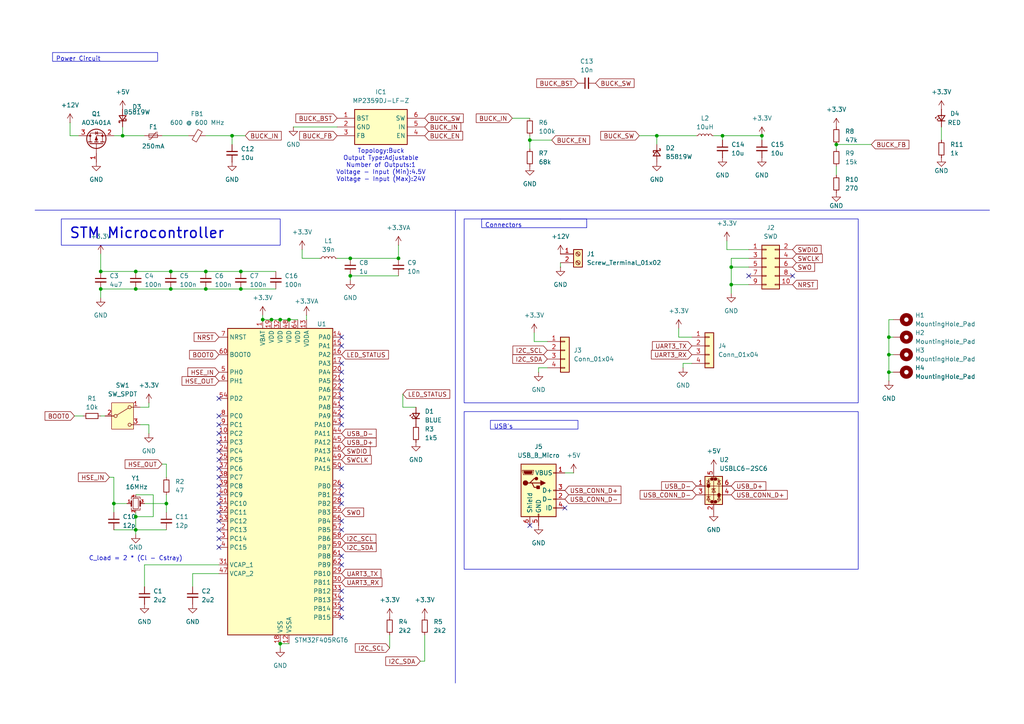
<source format=kicad_sch>
(kicad_sch (version 20231120) (generator "eeschema") (generator_version "8.0")
  (paper "A4")
  (title_block (title "STM test board") (date "2024-03-25") (rev "V1.0") (company "QUANTTRONIX"))
  (junction (at 49.53 83.82))
  (junction (at 48.26 146.05))
  (junction (at 190.5 39.37))
  (junction (at 81.28 186.69))
  (junction (at 220.98 39.37))
  (junction (at 59.69 78.74))
  (junction (at 67.31 39.37))
  (junction (at 212.09 77.47))
  (junction (at 153.67 40.64))
  (junction (at 83.82 92.71))
  (junction (at 69.85 78.74))
  (junction (at 257.81 107.95))
  (junction (at 59.69 83.82))
  (junction (at 39.37 149.86))
  (junction (at 115.57 74.93))
  (junction (at 212.09 82.55))
  (junction (at 29.21 78.74))
  (junction (at 101.6 74.93))
  (junction (at 101.6 80.01))
  (junction (at 78.74 92.71))
  (junction (at 257.81 102.87))
  (junction (at 39.37 78.74))
  (junction (at 242.57 41.91))
  (junction (at 76.2 92.71))
  (junction (at 33.02 146.05))
  (junction (at 29.21 83.82))
  (junction (at 257.81 97.79))
  (junction (at 39.37 153.67))
  (junction (at 69.85 83.82))
  (junction (at 49.53 78.74))
  (junction (at 39.37 83.82))
  (junction (at 35.56 39.37))
  (junction (at 81.28 92.71))
  (junction (at 209.55 39.37))
  (no_connect (at 99.06 107.95))
  (no_connect (at 63.5 115.57))
  (no_connect (at 99.06 173.99))
  (no_connect (at 229.87 80.01))
  (no_connect (at 63.5 140.97))
  (no_connect (at 99.06 110.49))
  (no_connect (at 63.5 125.73))
  (no_connect (at 99.06 105.41))
  (no_connect (at 99.06 176.53))
  (no_connect (at 63.5 143.51))
  (no_connect (at 99.06 113.03))
  (no_connect (at 99.06 120.65))
  (no_connect (at 63.5 153.67))
  (no_connect (at 163.83 147.32))
  (no_connect (at 99.06 135.89))
  (no_connect (at 63.5 151.13))
  (no_connect (at 63.5 128.27))
  (no_connect (at 99.06 123.19))
  (no_connect (at 217.17 80.01))
  (no_connect (at 99.06 179.07))
  (no_connect (at 63.5 123.19))
  (no_connect (at 99.06 143.51))
  (no_connect (at 99.06 100.33))
  (no_connect (at 153.67 152.4))
  (no_connect (at 63.5 148.59))
  (no_connect (at 99.06 140.97))
  (no_connect (at 99.06 171.45))
  (no_connect (at 99.06 163.83))
  (no_connect (at 63.5 156.21))
  (no_connect (at 99.06 115.57))
  (no_connect (at 63.5 138.43))
  (no_connect (at 99.06 118.11))
  (no_connect (at 63.5 158.75))
  (no_connect (at 63.5 146.05))
  (no_connect (at 99.06 97.79))
  (no_connect (at 63.5 130.81))
  (no_connect (at 99.06 146.05))
  (no_connect (at 99.06 151.13))
  (no_connect (at 63.5 133.35))
  (no_connect (at 63.5 135.89))
  (no_connect (at 63.5 120.65))
  (no_connect (at 99.06 161.29))
  (no_connect (at 99.06 153.67))
  (wire (pts (xy 156.21 106.68) (xy 156.21 107.95)))
  (wire (pts (xy 69.85 78.74) (xy 80.01 78.74)))
  (wire (pts (xy 242.57 41.91) (xy 252.73 41.91)))
  (wire (pts (xy 120.65 118.11) (xy 116.84 118.11)))
  (wire (pts (xy 81.28 92.71) (xy 83.82 92.71)))
  (wire (pts (xy 20.32 39.37) (xy 22.86 39.37)))
  (wire (pts (xy 212.09 82.55) (xy 217.17 82.55)))
  (wire (pts (xy 44.45 149.86) (xy 39.37 149.86)))
  (wire (pts (xy 257.81 97.79) (xy 257.81 92.71)))
  (wire (pts (xy 101.6 74.93) (xy 115.57 74.93)))
  (wire (pts (xy 101.6 80.01) (xy 101.6 81.28)))
  (wire (pts (xy 113.03 184.15) (xy 113.03 187.96)))
  (wire (pts (xy 257.81 110.49) (xy 257.81 107.95)))
  (wire (pts (xy 35.56 36.83) (xy 35.56 39.37)))
  (wire (pts (xy 257.81 102.87) (xy 257.81 97.79)))
  (wire (pts (xy 257.81 92.71) (xy 259.08 92.71)))
  (wire (pts (xy 217.17 74.93) (xy 212.09 74.93)))
  (wire (pts (xy 41.91 146.05) (xy 48.26 146.05)))
  (wire (pts (xy 35.56 39.37) (xy 41.91 39.37)))
  (wire (pts (xy 87.63 72.39) (xy 87.63 74.93)))
  (wire (pts (xy 29.21 120.65) (xy 30.48 120.65)))
  (wire (pts (xy 39.37 83.82) (xy 49.53 83.82)))
  (wire (pts (xy 185.42 39.37) (xy 190.5 39.37)))
  (wire (pts (xy 33.02 39.37) (xy 35.56 39.37)))
  (wire (pts (xy 212.09 77.47) (xy 212.09 82.55)))
  (wire (pts (xy 46.99 134.62) (xy 48.26 134.62)))
  (wire (pts (xy 46.99 39.37) (xy 54.61 39.37)))
  (wire (pts (xy 40.64 123.19) (xy 43.18 123.19)))
  (wire (pts (xy 154.94 99.06) (xy 158.75 99.06)))
  (wire (pts (xy 39.37 78.74) (xy 49.53 78.74)))
  (wire (pts (xy 257.81 97.79) (xy 259.08 97.79)))
  (polyline (pts (xy 132.08 198.12) (xy 132.08 60.96)))
  (wire (pts (xy 190.5 39.37) (xy 190.5 41.91)))
  (wire (pts (xy 48.26 146.05) (xy 48.26 148.59)))
  (wire (pts (xy 33.02 146.05) (xy 33.02 148.59)))
  (wire (pts (xy 88.9 91.44) (xy 88.9 92.71)))
  (wire (pts (xy 76.2 92.71) (xy 78.74 92.71)))
  (wire (pts (xy 63.5 166.37) (xy 55.88 166.37)))
  (polyline (pts (xy 10.16 60.96) (xy 132.08 60.96)))
  (wire (pts (xy 242.57 41.91) (xy 242.57 43.18)))
  (wire (pts (xy 85.09 36.83) (xy 97.79 36.83)))
  (wire (pts (xy 44.45 143.51) (xy 44.45 149.86)))
  (wire (pts (xy 39.37 153.67) (xy 39.37 154.94)))
  (wire (pts (xy 39.37 148.59) (xy 39.37 149.86)))
  (wire (pts (xy 39.37 153.67) (xy 48.26 153.67)))
  (wire (pts (xy 29.21 73.66) (xy 29.21 78.74)))
  (wire (pts (xy 257.81 107.95) (xy 257.81 102.87)))
  (wire (pts (xy 59.69 78.74) (xy 69.85 78.74)))
  (wire (pts (xy 166.37 137.16) (xy 163.83 137.16)))
  (wire (pts (xy 115.57 71.12) (xy 115.57 74.93)))
  (wire (pts (xy 43.18 116.84) (xy 43.18 118.11)))
  (wire (pts (xy 198.12 105.41) (xy 198.12 106.68)))
  (wire (pts (xy 210.82 72.39) (xy 217.17 72.39)))
  (wire (pts (xy 212.09 82.55) (xy 212.09 85.09)))
  (wire (pts (xy 190.5 39.37) (xy 201.93 39.37)))
  (wire (pts (xy 67.31 39.37) (xy 71.12 39.37)))
  (wire (pts (xy 115.57 80.01) (xy 101.6 80.01)))
  (wire (pts (xy 83.82 92.71) (xy 86.36 92.71)))
  (wire (pts (xy 207.01 39.37) (xy 209.55 39.37)))
  (wire (pts (xy 49.53 83.82) (xy 59.69 83.82)))
  (wire (pts (xy 76.2 91.44) (xy 76.2 92.71)))
  (wire (pts (xy 43.18 118.11) (xy 40.64 118.11)))
  (wire (pts (xy 220.98 40.64) (xy 220.98 39.37)))
  (wire (pts (xy 212.09 77.47) (xy 217.17 77.47)))
  (wire (pts (xy 210.82 69.85) (xy 210.82 72.39)))
  (wire (pts (xy 200.66 105.41) (xy 198.12 105.41)))
  (wire (pts (xy 196.85 97.79) (xy 200.66 97.79)))
  (wire (pts (xy 48.26 143.51) (xy 48.26 146.05)))
  (wire (pts (xy 81.28 186.69) (xy 83.82 186.69)))
  (wire (pts (xy 20.32 35.56) (xy 20.32 39.37)))
  (wire (pts (xy 81.28 187.96) (xy 81.28 186.69)))
  (wire (pts (xy 39.37 143.51) (xy 44.45 143.51)))
  (wire (pts (xy 116.84 118.11) (xy 116.84 114.3)))
  (wire (pts (xy 69.85 83.82) (xy 80.01 83.82)))
  (wire (pts (xy 29.21 78.74) (xy 39.37 78.74)))
  (wire (pts (xy 67.31 41.91) (xy 67.31 39.37)))
  (wire (pts (xy 158.75 106.68) (xy 156.21 106.68)))
  (wire (pts (xy 153.67 40.64) (xy 160.02 40.64)))
  (wire (pts (xy 123.19 184.15) (xy 123.19 191.77)))
  (wire (pts (xy 36.83 146.05) (xy 33.02 146.05)))
  (wire (pts (xy 31.75 138.43) (xy 33.02 138.43)))
  (polyline (pts (xy 132.08 60.96) (xy 287.02 60.96)))
  (wire (pts (xy 29.21 83.82) (xy 39.37 83.82)))
  (wire (pts (xy 59.69 83.82) (xy 69.85 83.82)))
  (wire (pts (xy 39.37 149.86) (xy 39.37 153.67)))
  (wire (pts (xy 59.69 39.37) (xy 67.31 39.37)))
  (wire (pts (xy 123.19 191.77) (xy 121.92 191.77)))
  (wire (pts (xy 209.55 39.37) (xy 209.55 40.64)))
  (wire (pts (xy 154.94 96.52) (xy 154.94 99.06)))
  (wire (pts (xy 220.98 39.37) (xy 209.55 39.37)))
  (wire (pts (xy 55.88 166.37) (xy 55.88 170.18)))
  (wire (pts (xy 43.18 123.19) (xy 43.18 125.73)))
  (wire (pts (xy 212.09 74.93) (xy 212.09 77.47)))
  (wire (pts (xy 78.74 92.71) (xy 81.28 92.71)))
  (wire (pts (xy 48.26 134.62) (xy 48.26 138.43)))
  (wire (pts (xy 87.63 74.93) (xy 92.71 74.93)))
  (wire (pts (xy 148.59 34.29) (xy 153.67 34.29)))
  (wire (pts (xy 33.02 153.67) (xy 39.37 153.67)))
  (wire (pts (xy 273.05 40.64) (xy 273.05 36.83)))
  (wire (pts (xy 162.56 76.2) (xy 162.56 77.47)))
  (wire (pts (xy 153.67 40.64) (xy 153.67 43.18)))
  (wire (pts (xy 49.53 78.74) (xy 59.69 78.74)))
  (wire (pts (xy 242.57 48.26) (xy 242.57 50.8)))
  (wire (pts (xy 153.67 39.37) (xy 153.67 40.64)))
  (wire (pts (xy 196.85 95.25) (xy 196.85 97.79)))
  (wire (pts (xy 33.02 138.43) (xy 33.02 146.05)))
  (wire (pts (xy 97.79 74.93) (xy 101.6 74.93)))
  (wire (pts (xy 41.91 163.83) (xy 41.91 170.18)))
  (wire (pts (xy 63.5 163.83) (xy 41.91 163.83)))
  (wire (pts (xy 29.21 83.82) (xy 29.21 86.36)))
  (wire (pts (xy 21.59 120.65) (xy 24.13 120.65)))
  (wire (pts (xy 257.81 107.95) (xy 259.08 107.95)))
  (wire (pts (xy 257.81 102.87) (xy 259.08 102.87)))
  (rectangle (start 162.56 63.5) (end 162.56 63.5))
  (rectangle (start 134.62 63.5) (end 248.92 116.84))
  (rectangle (start 134.62 119.38) (end 248.92 165.1))
  (text_box "Connectors\n" (at 139.7 63.5 0) (size 30.48 2.54) (effects (font (size 1.27 1.27)) (justify left top)))
  (text_box "USB's\n\n" (at 142.24 121.92 0) (size 25.4 2.54) (effects (font (size 1.27 1.27)) (justify left top)))
  (text_box "STM Microcontroller" (at 17.78 63.5 0) (size 63.5 7.62) (effects (font (size 3 3) (thickness 0.4) (bold yes)) (justify left top)))
  (text_box "Power Circuit" (at 15.24 15.24 0) (size 30.48 2.54) (effects (font (size 1.27 1.27)) (justify left top)))
  (text "C_load = 2 * (Cl - Cstray)" (at 39.37 162.052 0) (effects (font (size 1.27 1.27))))
  (text "Topology:Buck\nOutput Type:Adjustable\nNumber of Outputs:1\nVoltage - Input (Min):4.5V\nVoltage - Input (Max):24V" (at 110.49 48.006 0) (effects (font (size 1.27 1.27))))
  (global_label "SWDIO" (shape input) (at 99.06 130.81 0) (property "Intersheetrefs" "${INTERSHEET_REFS}" (effects (hide yes))))
  (global_label "USB_D-" (shape input) (at 201.93 140.97 180) (property "Intersheetrefs" "${INTERSHEET_REFS}" (effects (hide yes))))
  (global_label "UART3_RX" (shape input) (at 99.06 168.91 0) (property "Intersheetrefs" "${INTERSHEET_REFS}" (effects (hide yes))))
  (global_label "BUCK_EN" (shape input) (at 123.19 39.37 0) (property "Intersheetrefs" "${INTERSHEET_REFS}" (effects (hide yes))))
  (global_label "USB_D+" (shape input) (at 212.09 140.97 0) (property "Intersheetrefs" "${INTERSHEET_REFS}" (effects (hide yes))))
  (global_label "UART3_TX" (shape input) (at 200.66 100.33 180) (property "Intersheetrefs" "${INTERSHEET_REFS}" (effects (hide yes))))
  (global_label "USB_D-" (shape input) (at 99.06 125.73 0) (property "Intersheetrefs" "${INTERSHEET_REFS}" (effects (hide yes))))
  (global_label "I2C_SDA" (shape input) (at 158.75 104.14 180) (property "Intersheetrefs" "${INTERSHEET_REFS}" (effects (hide yes))))
  (global_label "I2C_SCL" (shape input) (at 158.75 101.6 180) (property "Intersheetrefs" "${INTERSHEET_REFS}" (effects (hide yes))))
  (global_label "BUCK_SW" (shape input) (at 123.19 34.29 0) (property "Intersheetrefs" "${INTERSHEET_REFS}" (effects (hide yes))))
  (global_label "SWCLK" (shape input) (at 99.06 133.35 0) (property "Intersheetrefs" "${INTERSHEET_REFS}" (effects (hide yes))))
  (global_label "I2C_SDA" (shape input) (at 99.06 158.75 0) (property "Intersheetrefs" "${INTERSHEET_REFS}" (effects (hide yes))))
  (global_label "HSE_OUT" (shape input) (at 46.99 134.62 180) (property "Intersheetrefs" "${INTERSHEET_REFS}" (effects (hide yes))))
  (global_label "LED_STATUS" (shape input) (at 116.84 114.3 0) (property "Intersheetrefs" "${INTERSHEET_REFS}" (effects (hide yes))))
  (global_label "USB_CONN_D+" (shape input) (at 163.83 142.24 0) (property "Intersheetrefs" "${INTERSHEET_REFS}" (effects (hide yes))))
  (global_label "BOOT0" (shape input) (at 63.5 102.87 180) (property "Intersheetrefs" "${INTERSHEET_REFS}" (effects (hide yes))))
  (global_label "SWDIO" (shape input) (at 229.87 72.39 0) (property "Intersheetrefs" "${INTERSHEET_REFS}" (effects (hide yes))))
  (global_label "NRST" (shape input) (at 63.5 97.79 180) (property "Intersheetrefs" "${INTERSHEET_REFS}" (effects (hide yes))))
  (global_label "UART3_RX" (shape input) (at 200.66 102.87 180) (property "Intersheetrefs" "${INTERSHEET_REFS}" (effects (hide yes))))
  (global_label "HSE_IN" (shape input) (at 63.5 107.95 180) (property "Intersheetrefs" "${INTERSHEET_REFS}" (effects (hide yes))))
  (global_label "BUCK_IN" (shape input) (at 123.19 36.83 0) (property "Intersheetrefs" "${INTERSHEET_REFS}" (effects (hide yes))))
  (global_label "USB_D+" (shape input) (at 99.06 128.27 0) (property "Intersheetrefs" "${INTERSHEET_REFS}" (effects (hide yes))))
  (global_label "LED_STATUS" (shape input) (at 99.06 102.87 0) (property "Intersheetrefs" "${INTERSHEET_REFS}" (effects (hide yes))))
  (global_label "BUCK_BST" (shape input) (at 167.64 24.13 180) (property "Intersheetrefs" "${INTERSHEET_REFS}" (effects (hide yes))))
  (global_label "BUCK_SW" (shape input) (at 185.42 39.37 180) (property "Intersheetrefs" "${INTERSHEET_REFS}" (effects (hide yes))))
  (global_label "BUCK_EN" (shape input) (at 160.02 40.64 0) (property "Intersheetrefs" "${INTERSHEET_REFS}" (effects (hide yes))))
  (global_label "BUCK_SW" (shape input) (at 172.72 24.13 0) (property "Intersheetrefs" "${INTERSHEET_REFS}" (effects (hide yes))))
  (global_label "SWCLK" (shape input) (at 229.87 74.93 0) (property "Intersheetrefs" "${INTERSHEET_REFS}" (effects (hide yes))))
  (global_label "SWO" (shape input) (at 99.06 148.59 0) (property "Intersheetrefs" "${INTERSHEET_REFS}" (effects (hide yes))))
  (global_label "BUCK_FB" (shape input) (at 97.79 39.37 180) (property "Intersheetrefs" "${INTERSHEET_REFS}" (effects (hide yes))))
  (global_label "I2C_SDA" (shape input) (at 121.92 191.77 180) (property "Intersheetrefs" "${INTERSHEET_REFS}" (effects (hide yes))))
  (global_label "BUCK_IN" (shape input) (at 148.59 34.29 180) (property "Intersheetrefs" "${INTERSHEET_REFS}" (effects (hide yes))))
  (global_label "NRST" (shape input) (at 229.87 82.55 0) (property "Intersheetrefs" "${INTERSHEET_REFS}" (effects (hide yes))))
  (global_label "I2C_SCL" (shape input) (at 99.06 156.21 0) (property "Intersheetrefs" "${INTERSHEET_REFS}" (effects (hide yes))))
  (global_label "UART3_TX" (shape input) (at 99.06 166.37 0) (property "Intersheetrefs" "${INTERSHEET_REFS}" (effects (hide yes))))
  (global_label "USB_CONN_D+" (shape input) (at 212.09 143.51 0) (property "Intersheetrefs" "${INTERSHEET_REFS}" (effects (hide yes))))
  (global_label "BUCK_IN" (shape input) (at 71.12 39.37 0) (property "Intersheetrefs" "${INTERSHEET_REFS}" (effects (hide yes))))
  (global_label "USB_CONN_D-" (shape input) (at 201.93 143.51 180) (property "Intersheetrefs" "${INTERSHEET_REFS}" (effects (hide yes))))
  (global_label "BUCK_BST" (shape input) (at 97.79 34.29 180) (property "Intersheetrefs" "${INTERSHEET_REFS}" (effects (hide yes))))
  (global_label "BOOT0" (shape input) (at 21.59 120.65 180) (property "Intersheetrefs" "${INTERSHEET_REFS}" (effects (hide yes))))
  (global_label "SWO" (shape input) (at 229.87 77.47 0) (property "Intersheetrefs" "${INTERSHEET_REFS}" (effects (hide yes))))
  (global_label "I2C_SCL" (shape input) (at 113.03 187.96 180) (property "Intersheetrefs" "${INTERSHEET_REFS}" (effects (hide yes))))
  (global_label "HSE_OUT" (shape input) (at 63.5 110.49 180) (property "Intersheetrefs" "${INTERSHEET_REFS}" (effects (hide yes))))
  (global_label "BUCK_FB" (shape input) (at 252.73 41.91 0) (property "Intersheetrefs" "${INTERSHEET_REFS}" (effects (hide yes))))
  (global_label "USB_CONN_D-" (shape input) (at 163.83 144.78 0) (property "Intersheetrefs" "${INTERSHEET_REFS}" (effects (hide yes))))
  (global_label "HSE_IN" (shape input) (at 31.75 138.43 180) (property "Intersheetrefs" "${INTERSHEET_REFS}" (effects (hide yes))))
  (symbol (lib_id "Device:C_Small") (at 33.02 151.13 0) (unit 1)
    (property "Reference" "C10" (at 35.56 149.8662 0) (effects (justify left)))
    (property "Value" "12p" (at 35.56 152.4062 0) (effects (justify left)))
    (property "Footprint" "Capacitor_SMD:C_0402_1005Metric" (effects (hide yes)))
    (property "Description" "Unpolarized capacitor, small symbol" (effects (hide yes)))
    (property "DigiKey#" "490-11190-1-ND" (effects (hide yes)))
    (property "DigiKey MFR#" "GJM1555C1H120FB01D" (effects (hide yes)))
  )
  (symbol (lib_id "power:GND") (at 101.6 81.28 0) (unit 1)
    (property "Reference" "#PWR011" (effects (hide yes)))
    (property "Value" "GND" (at 101.6 86.36 0))
    (property "Description" "Power symbol creates a global label with name \"GND\" , ground" (effects (hide yes)))
  )
  (symbol (lib_id "power:+3.3V") (at 273.05 31.75 0) (unit 1)
    (property "Reference" "#PWR041" (effects (hide yes)))
    (property "Value" "+3.3V" (at 273.05 26.67 0))
    (property "Description" "Power symbol creates a global label with name \"+3.3V\"" (effects (hide yes)))
  )
  (symbol (lib_id "power:+12V") (at 162.56 73.66 0) (unit 1)
    (property "Reference" "#PWR016" (effects (hide yes)))
    (property "Value" "+12V" (at 162.56 68.58 0))
    (property "Description" "Power symbol creates a global label with name \"+12V\"" (effects (hide yes)))
  )
  (symbol (lib_id "Device:C_Small") (at 101.6 77.47 0) (unit 1)
    (property "Reference" "C8" (at 104.14 76.2062 0) (effects (justify left)))
    (property "Value" "1u" (at 104.14 78.7462 0) (effects (justify left)))
    (property "Footprint" "Capacitor_SMD:C_0402_1005Metric" (effects (hide yes)))
    (property "Description" "Unpolarized capacitor, small symbol" (effects (hide yes)))
    (property "DigiKey#" "490-13339-1-ND" (effects (hide yes)))
    (property "DigiKey MFR#" "GRM155R70J105KA12J" (effects (hide yes)))
  )
  (symbol (lib_id "Device:R_Small") (at 273.05 43.18 0) (unit 1)
    (property "Reference" "R11" (at 275.59 41.9099 0) (effects (justify left)))
    (property "Value" "1k" (at 275.59 44.4499 0) (effects (justify left)))
    (property "Footprint" "Resistor_SMD:R_0603_1608Metric" (effects (hide yes)))
    (property "Description" "Resistor, small symbol" (effects (hide yes)))
    (property "DigiKey#" "RMCF0603FT1K00CT-ND" (effects (hide yes)))
    (property "DigiKey MFR#" "RMCF0603FT1K00" (effects (hide yes)))
  )
  (symbol (lib_id "Device:Crystal_GND24_Small") (at 39.37 146.05 0) (unit 1)
    (property "Reference" "Y1" (at 39.37 138.684 0))
    (property "Value" "16MHz" (at 39.624 141.224 0))
    (property "Footprint" "Crystal:Crystal_SMD_3225-4Pin_3.2x2.5mm" (effects (hide yes)))
    (property "Description" "Four pin crystal, GND on pins 2 and 4, small symbol" (effects (hide yes)))
    (property "DigiKey#" "4983-12.88722CT-ND" (effects (hide yes)))
    (property "DigiKey MFR#" "12.88722" (effects (hide yes)))
  )
  (symbol (lib_id "power:+3.3V") (at 43.18 116.84 0) (unit 1)
    (property "Reference" "#PWR04" (effects (hide yes)))
    (property "Value" "+3.3V" (at 43.18 111.76 0))
    (property "Description" "Power symbol creates a global label with name \"+3.3V\"" (effects (hide yes)))
  )
  (symbol (lib_id "Device:C_Small") (at 41.91 172.72 0) (unit 1)
    (property "Reference" "C1" (at 44.45 171.4562 0) (effects (justify left)))
    (property "Value" "2u2" (at 44.45 173.9962 0) (effects (justify left)))
    (property "Footprint" "Capacitor_SMD:C_0603_1608Metric" (effects (hide yes)))
    (property "Description" "Unpolarized capacitor, small symbol" (effects (hide yes)))
    (property "DigiKey#" "1276-1134-1-ND" (effects (hide yes)))
    (property "DigiKey MFR#" "CL10B225KP8NNNC" (effects (hide yes)))
  )
  (symbol (lib_id "power:+3.3V") (at 113.03 179.07 0) (unit 1)
    (property "Reference" "#PWR019" (effects (hide yes)))
    (property "Value" "+3.3V" (at 113.03 173.99 0))
    (property "Description" "Power symbol creates a global label with name \"+3.3V\"" (effects (hide yes)))
  )
  (symbol (lib_id "MCU_ST_STM32F4:STM32F405RGTx") (at 81.28 140.97 0) (unit 1)
    (property "Reference" "U1" (at 91.948 93.98 0) (effects (justify left)))
    (property "Value" "STM32F405RGT6" (at 85.344 185.674 0) (effects (justify left)))
    (property "Footprint" "Package_QFP:LQFP-64_10x10mm_P0.5mm" (effects (hide yes)))
    (property "Datasheet" "https://www.st.com/resource/en/datasheet/stm32f405rg.pdf" (effects (hide yes)))
    (property "Description" "STMicroelectronics Arm Cortex-M4 MCU, 1024KB flash, 192KB RAM, 168 MHz, 1.8-3.6V, 51 GPIO, LQFP64" (effects (hide yes)))
    (property "DigiKey#" "497-11767-ND" (effects (hide yes)))
    (property "DigiKey MFR#" "STM32F405RGT6" (effects (hide yes)))
  )
  (symbol (lib_id "power:GND") (at 85.09 36.83 0) (unit 1)
    (property "Reference" "#PWR029" (effects (hide yes)))
    (property "Value" "GND" (at 85.09 41.91 0))
    (property "Description" "Power symbol creates a global label with name \"GND\" , ground" (effects (hide yes)))
  )
  (symbol (lib_id "Device:R_Small") (at 242.57 39.37 0) (unit 1)
    (property "Reference" "R8" (at 245.11 38.0999 0) (effects (justify left)))
    (property "Value" "47k" (at 245.11 40.6399 0) (effects (justify left)))
    (property "Footprint" "Resistor_SMD:R_0603_1608Metric" (effects (hide yes)))
    (property "Description" "Resistor, small symbol" (effects (hide yes)))
    (property "DigiKey#" "P47.0KHCT-ND" (effects (hide yes)))
    (property "DigiKey MFR#" "RES SMD 47K OHM 1% 1/10W 0603" (effects (hide yes)))
  )
  (symbol (lib_id "Device:R_Small") (at 153.67 36.83 0) (unit 1)
    (property "Reference" "R6" (at 156.21 35.5599 0) (effects (justify left)))
    (property "Value" "100k" (at 156.21 38.0999 0) (effects (justify left)))
    (property "Footprint" "Resistor_SMD:R_0603_1608Metric" (effects (hide yes)))
    (property "Description" "Resistor, small symbol" (effects (hide yes)))
    (property "DigiKey#" "311-100KHRCT-ND" (effects (hide yes)))
    (property "DigiKey MFR#" "RC0603FR-07100KL" (effects (hide yes)))
  )
  (symbol (lib_id "Device:R_Small") (at 48.26 140.97 0) (unit 1)
    (property "Reference" "R2" (at 50.8 139.6999 0) (effects (justify left)))
    (property "Value" "47" (at 50.8 142.2399 0) (effects (justify left)))
    (property "Footprint" "Resistor_SMD:R_0402_1005Metric" (effects (hide yes)))
    (property "Description" "Resistor, small symbol" (effects (hide yes)))
    (property "DigiKey#" "RMCF0402JT47R0CT-ND" (effects (hide yes)))
    (property "DigiKey MFR#" "RMCF0402JT47R0" (effects (hide yes)))
  )
  (symbol (lib_id "Device:L_Small") (at 95.25 74.93 90) (unit 1)
    (property "Reference" "L1" (at 95.25 69.85 90))
    (property "Value" "39n" (at 95.25 72.39 90))
    (property "Footprint" "Inductor_SMD:L_0402_1005Metric" (effects (hide yes)))
    (property "Description" "Inductor, small symbol" (effects (hide yes)))
    (property "DigiKey#" "2035-1057-1-ND" (effects (hide yes)))
    (property "DigiKey MFR#" "0402HM-390EGTS" (effects (hide yes)))
  )
  (symbol (lib_id "Mechanical:MountingHole_Pad") (at 261.62 97.79 270) (unit 1) (exclude_from_sim yes) (in_bom no)
    (property "Reference" "H2" (at 265.43 96.5199 90) (effects (justify left)))
    (property "Value" "MountingHole_Pad" (at 265.43 99.0599 90) (effects (justify left)))
    (property "Footprint" "MountingHole:MountingHole_4.3mm_M4_Pad_Via" (effects (hide yes)))
    (property "Description" "Mounting Hole with connection" (effects (hide yes)))
  )
  (symbol (lib_id "Mechanical:MountingHole_Pad") (at 261.62 92.71 270) (unit 1) (exclude_from_sim yes) (in_bom no)
    (property "Reference" "H1" (at 265.43 91.4399 90) (effects (justify left)))
    (property "Value" "MountingHole_Pad" (at 265.43 93.9799 90) (effects (justify left)))
    (property "Footprint" "MountingHole:MountingHole_4.3mm_M4_Pad_Via" (effects (hide yes)))
    (property "Description" "Mounting Hole with connection" (effects (hide yes)))
  )
  (symbol (lib_id "Transistor_FET:AO3401A") (at 27.94 41.91 90) (unit 1)
    (property "Reference" "Q1" (at 27.94 33.02 90))
    (property "Value" "AO3401A" (at 27.94 35.56 90))
    (property "Footprint" "Package_TO_SOT_SMD:SOT-23" (effects (hide yes)))
    (property "Datasheet" "http://www.aosmd.com/pdfs/datasheet/AO3401A.pdf" (effects (hide yes)))
    (property "Description" "-4.0A Id, -30V Vds, P-Channel MOSFET, SOT-23" (effects (hide yes)))
    (property "DigiKey#" "785-1001-1-ND" (effects (hide yes)))
    (property "DigiKey MFR#" "MOSFET P-CH 30V 4A SOT23-3L" (effects (hide yes)))
  )
  (symbol (lib_id "power:GND") (at 120.65 128.27 0) (unit 1)
    (property "Reference" "#PWR014" (effects (hide yes)))
    (property "Value" "GND" (at 120.65 133.35 0))
    (property "Description" "Power symbol creates a global label with name \"GND\" , ground" (effects (hide yes)))
  )
  (symbol (lib_id "Device:C_Small") (at 115.57 77.47 0) (unit 1)
    (property "Reference" "C9" (at 118.11 76.2062 0) (effects (justify left)))
    (property "Value" "10n" (at 118.11 78.7462 0) (effects (justify left)))
    (property "Footprint" "Capacitor_SMD:C_0402_1005Metric" (effects (hide yes)))
    (property "Description" "Unpolarized capacitor, small symbol" (effects (hide yes)))
    (property "DigiKey#" "490-1313-1-ND" (effects (hide yes)))
    (property "DigiKey MFR#" "GRM155R71C103KA01D" (effects (hide yes)))
  )
  (symbol (lib_id "Device:C_Small") (at 69.85 81.28 0) (unit 1)
    (property "Reference" "C7" (at 72.39 80.0162 0) (effects (justify left)))
    (property "Value" "100n" (at 72.39 82.5562 0) (effects (justify left)))
    (property "Footprint" "Capacitor_SMD:C_0402_1005Metric" (effects (hide yes)))
    (property "Description" "Unpolarized capacitor, small symbol" (effects (hide yes)))
    (property "DigiKey#" "2679-AGC0402X7R160-104KNP-CT-ND" (effects (hide yes)))
    (property "DigiKey MFR#" "AGC0402X7R160-104KNP-CT" (effects (hide yes)))
  )
  (symbol (lib_id "power:GND") (at 242.57 55.88 0) (unit 1)
    (property "Reference" "#PWR039" (effects (hide yes)))
    (property "Value" "GND" (at 242.57 59.69 0))
    (property "Description" "Power symbol creates a global label with name \"GND\" , ground" (effects (hide yes)))
  )
  (symbol (lib_id "power:GND") (at 67.31 46.99 0) (unit 1)
    (property "Reference" "#PWR032" (effects (hide yes)))
    (property "Value" "GND" (at 67.31 52.07 0))
    (property "Description" "Power symbol creates a global label with name \"GND\" , ground" (effects (hide yes)))
  )
  (symbol (lib_id "power:+3.3VA") (at 88.9 91.44 0) (unit 1)
    (property "Reference" "#PWR03" (effects (hide yes)))
    (property "Value" "+3.3VA" (at 88.9 87.376 0))
    (property "Description" "Power symbol creates a global label with name \"+3.3VA\"" (effects (hide yes)))
  )
  (symbol (lib_id "Device:C_Small") (at 67.31 44.45 0) (unit 1)
    (property "Reference" "C12" (at 69.85 43.1862 0) (effects (justify left)))
    (property "Value" "10u" (at 69.85 45.7262 0) (effects (justify left)))
    (property "Footprint" "Capacitor_SMD:C_1206_3216Metric" (effects (hide yes)))
    (property "Description" "Unpolarized capacitor, small symbol" (effects (hide yes)))
    (property "DigiKey#" "1276-3105-1-ND" (effects (hide yes)))
    (property "DigiKey MFR#" "CL31B106KOHNNWE" (effects (hide yes)))
  )
  (symbol (lib_id "power:GND") (at 162.56 77.47 0) (unit 1)
    (property "Reference" "#PWR015" (effects (hide yes)))
    (property "Value" "GND" (at 162.56 82.55 0))
    (property "Description" "Power symbol creates a global label with name \"GND\" , ground" (effects (hide yes)))
  )
  (symbol (lib_id "Switch:SW_SPDT") (at 35.56 120.65 0) (unit 1)
    (property "Reference" "SW1" (at 35.56 111.76 0))
    (property "Value" "SW_SPDT" (at 35.56 114.3 0))
    (property "Footprint" "Button_Switch_SMD:SW_SPDT_PCM12" (effects (hide yes)))
    (property "Description" "Switch, single pole double throw" (effects (hide yes)))
    (property "DigiKey#" "401-2016-1-ND" (effects (hide yes)))
    (property "DigiKey MFR#" "PCM12SMTR" (effects (hide yes)))
  )
  (symbol (lib_id "power:GND") (at 156.21 107.95 0) (unit 1)
    (property "Reference" "#PWR022" (effects (hide yes)))
    (property "Value" "GND" (at 156.21 113.03 0))
    (property "Description" "Power symbol creates a global label with name \"GND\" , ground" (effects (hide yes)))
  )
  (symbol (lib_id "power:+3.3V") (at 87.63 72.39 0) (unit 1)
    (property "Reference" "#PWR010" (effects (hide yes)))
    (property "Value" "+3.3V" (at 87.63 67.31 0))
    (property "Description" "Power symbol creates a global label with name \"+3.3V\"" (effects (hide yes)))
  )
  (symbol (lib_id "power:+3.3V") (at 210.82 69.85 0) (unit 1)
    (property "Reference" "#PWR017" (effects (hide yes)))
    (property "Value" "+3.3V" (at 210.82 64.77 0))
    (property "Description" "Power symbol creates a global label with name \"+3.3V\"" (effects (hide yes)))
  )
  (symbol (lib_id "Device:C_Small") (at 48.26 151.13 0) (unit 1)
    (property "Reference" "C11" (at 50.8 149.8662 0) (effects (justify left)))
    (property "Value" "12p" (at 50.8 152.4062 0) (effects (justify left)))
    (property "Footprint" "Capacitor_SMD:C_0402_1005Metric" (effects (hide yes)))
    (property "Description" "Unpolarized capacitor, small symbol" (effects (hide yes)))
    (property "DigiKey#" "490-11190-1-ND" (effects (hide yes)))
    (property "DigiKey MFR#" "GJM1555C1H120FB01D" (effects (hide yes)))
  )
  (symbol (lib_id "Device:Polyfuse_Small") (at 44.45 39.37 90) (unit 1)
    (property "Reference" "F1" (at 44.45 36.83 90))
    (property "Value" "250mA" (at 44.45 42.418 90))
    (property "Footprint" "Fuse:Fuse_1206_3216Metric" (effects (hide yes)))
    (property "Description" "Resettable fuse, polymeric positive temperature coefficient, small symbol" (effects (hide yes)))
    (property "DigiKey#" "SF-1206HH25M-2CT-ND" (effects (hide yes)))
    (property "DigiKey MFR#" "SF-1206HH25M-2" (effects (hide yes)))
  )
  (symbol (lib_id "power:+12V") (at 20.32 35.56 0) (unit 1)
    (property "Reference" "#PWR030" (effects (hide yes)))
    (property "Value" "+12V" (at 20.32 30.48 0))
    (property "Description" "Power symbol creates a global label with name \"+12V\"" (effects (hide yes)))
  )
  (symbol (lib_id "Mechanical:MountingHole_Pad") (at 261.62 107.95 270) (unit 1) (exclude_from_sim yes) (in_bom no)
    (property "Reference" "H4" (at 265.43 106.6799 90) (effects (justify left)))
    (property "Value" "MountingHole_Pad" (at 265.43 109.2199 90) (effects (justify left)))
    (property "Footprint" "MountingHole:MountingHole_4.3mm_M4_Pad_Via" (effects (hide yes)))
    (property "Description" "Mounting Hole with connection" (effects (hide yes)))
  )
  (symbol (lib_id "Device:C_Small") (at 29.21 81.28 0) (unit 1)
    (property "Reference" "C3" (at 31.75 80.0162 0) (effects (justify left)))
    (property "Value" "4u7" (at 31.75 82.5562 0) (effects (justify left)))
    (property "Footprint" "Capacitor_SMD:C_0603_1608Metric" (effects (hide yes)))
    (property "Description" "Unpolarized capacitor, small symbol" (effects (hide yes)))
    (property "DigiKey#" "1276-1045-1-ND" (effects (hide yes)))
    (property "DigiKey MFR#" "CL10A475KQ8NNNC" (effects (hide yes)))
  )
  (symbol (lib_id "power:+3.3V") (at 242.57 36.83 0) (unit 1)
    (property "Reference" "#PWR038" (effects (hide yes)))
    (property "Value" "+3.3V" (at 242.57 31.75 0))
    (property "Description" "Power symbol creates a global label with name \"+3.3V\"" (effects (hide yes)))
  )
  (symbol (lib_id "power:GND") (at 198.12 106.68 0) (unit 1)
    (property "Reference" "#PWR024" (effects (hide yes)))
    (property "Value" "GND" (at 198.12 111.76 0))
    (property "Description" "Power symbol creates a global label with name \"GND\" , ground" (effects (hide yes)))
  )
  (symbol (lib_id "power:GND") (at 41.91 175.26 0) (unit 1)
    (property "Reference" "#PWR06" (effects (hide yes)))
    (property "Value" "GND" (at 41.91 180.34 0))
    (property "Description" "Power symbol creates a global label with name \"GND\" , ground" (effects (hide yes)))
  )
  (symbol (lib_id "power:GND") (at 55.88 175.26 0) (unit 1)
    (property "Reference" "#PWR07" (effects (hide yes)))
    (property "Value" "GND" (at 55.88 180.34 0))
    (property "Description" "Power symbol creates a global label with name \"GND\" , ground" (effects (hide yes)))
  )
  (symbol (lib_id "Device:C_Small") (at 39.37 81.28 0) (unit 1)
    (property "Reference" "C4" (at 41.91 80.0162 0) (effects (justify left)))
    (property "Value" "100n" (at 41.91 82.5562 0) (effects (justify left)))
    (property "Footprint" "Capacitor_SMD:C_0402_1005Metric" (effects (hide yes)))
    (property "Description" "Unpolarized capacitor, small symbol" (effects (hide yes)))
    (property "DigiKey#" "2679-AGC0402X7R160-104KNP-CT-ND" (effects (hide yes)))
    (property "DigiKey MFR#" "AGC0402X7R160-104KNP-CT" (effects (hide yes)))
  )
  (symbol (lib_id "Device:R_Small") (at 113.03 181.61 0) (unit 1)
    (property "Reference" "R4" (at 115.57 180.3399 0) (effects (justify left)))
    (property "Value" "2k2" (at 115.57 182.8799 0) (effects (justify left)))
    (property "Footprint" "Resistor_SMD:R_0402_1005Metric" (effects (hide yes)))
    (property "Description" "Resistor, small symbol" (effects (hide yes)))
    (property "DigiKey#" "P2.20KLCT-ND" (effects (hide yes)))
    (property "DigiKey MFR#" "ERJ-2RKF2201X" (effects (hide yes)))
  )
  (symbol (lib_id "Device:C_Small") (at 220.98 43.18 0) (unit 1)
    (property "Reference" "C15" (at 223.52 41.9162 0) (effects (justify left)))
    (property "Value" "10u" (at 223.52 44.4562 0) (effects (justify left)))
    (property "Footprint" "Capacitor_SMD:C_1206_3216Metric" (effects (hide yes)))
    (property "Description" "Unpolarized capacitor, small symbol" (effects (hide yes)))
    (property "DigiKey#" "1276-3105-1-ND" (effects (hide yes)))
    (property "DigiKey MFR#" "CL31B106KOHNNWE" (effects (hide yes)))
  )
  (symbol (lib_id "Device:R_Small") (at 120.65 125.73 0) (unit 1)
    (property "Reference" "R3" (at 123.19 124.4599 0) (effects (justify left)))
    (property "Value" "1k5" (at 123.19 126.9999 0) (effects (justify left)))
    (property "Footprint" "Resistor_SMD:R_0603_1608Metric" (effects (hide yes)))
    (property "Description" "Resistor, small symbol" (effects (hide yes)))
    (property "DigiKey#" "P1.5KDCCT-ND" (effects (hide yes)))
    (property "DigiKey MFR#" "ERA-2AEB152X" (effects (hide yes)))
  )
  (symbol (lib_id "power:GND") (at 156.21 152.4 0) (unit 1)
    (property "Reference" "#PWR025" (effects (hide yes)))
    (property "Value" "GND" (at 156.21 157.48 0))
    (property "Description" "Power symbol creates a global label with name \"GND\" , ground" (effects (hide yes)))
  )
  (symbol (lib_id "power:GND") (at 273.05 45.72 0) (unit 1)
    (property "Reference" "#PWR042" (effects (hide yes)))
    (property "Value" "GND" (at 273.05 49.53 0))
    (property "Description" "Power symbol creates a global label with name \"GND\" , ground" (effects (hide yes)))
  )
  (symbol (lib_id "Device:R_Small") (at 123.19 181.61 0) (unit 1)
    (property "Reference" "R5" (at 125.73 180.3399 0) (effects (justify left)))
    (property "Value" "2k2" (at 125.73 182.8799 0) (effects (justify left)))
    (property "Footprint" "Resistor_SMD:R_0402_1005Metric" (effects (hide yes)))
    (property "Description" "Resistor, small symbol" (effects (hide yes)))
    (property "DigiKey#" "P2.20KLCT-ND" (effects (hide yes)))
    (property "DigiKey MFR#" "ERJ-2RKF2201X" (effects (hide yes)))
  )
  (symbol (lib_id "Device:LED_Small") (at 273.05 34.29 90) (unit 1)
    (property "Reference" "D4" (at 275.59 32.9564 90) (effects (justify right)))
    (property "Value" "RED" (at 274.828 35.56 90) (effects (justify right)))
    (property "Footprint" "LED_SMD:LED_0603_1608Metric" (effects (hide yes)))
    (property "Description" "Light emitting diode, small symbol" (effects (hide yes)))
    (property "DigiKey#" "732-4978-1-ND" (effects (hide yes)))
    (property "DigiKey MFR#" "150060RS75000" (effects (hide yes)))
  )
  (symbol (lib_id "power:GND") (at 27.94 46.99 0) (unit 1)
    (property "Reference" "#PWR031" (effects (hide yes)))
    (property "Value" "GND" (at 27.94 52.07 0))
    (property "Description" "Power symbol creates a global label with name \"GND\" , ground" (effects (hide yes)))
  )
  (symbol (lib_id "Device:C_Small") (at 55.88 172.72 0) (unit 1)
    (property "Reference" "C2" (at 58.42 171.4562 0) (effects (justify left)))
    (property "Value" "2u2" (at 58.42 173.9962 0) (effects (justify left)))
    (property "Footprint" "Capacitor_SMD:C_0603_1608Metric" (effects (hide yes)))
    (property "Description" "Unpolarized capacitor, small symbol" (effects (hide yes)))
    (property "DigiKey#" "1276-1134-1-ND" (effects (hide yes)))
    (property "DigiKey MFR#" "CL10B225KP8NNNC" (effects (hide yes)))
  )
  (symbol (lib_id "Device:R_Small") (at 242.57 53.34 0) (unit 1)
    (property "Reference" "R10" (at 245.11 52.0699 0) (effects (justify left)))
    (property "Value" "270" (at 245.11 54.6099 0) (effects (justify left)))
    (property "Footprint" "Resistor_SMD:R_0603_1608Metric" (effects (hide yes)))
    (property "Description" "Resistor, small symbol" (effects (hide yes)))
    (property "DigiKey#" "311-270GRCT-ND" (effects (hide yes)))
    (property "DigiKey MFR#" "RC0603JR-07270RL" (effects (hide yes)))
  )
  (symbol (lib_id "Device:C_Small") (at 209.55 43.18 0) (unit 1)
    (property "Reference" "C14" (at 212.09 41.9162 0) (effects (justify left)))
    (property "Value" "10u" (at 212.09 44.4562 0) (effects (justify left)))
    (property "Footprint" "Capacitor_SMD:C_1206_3216Metric" (effects (hide yes)))
    (property "Description" "Unpolarized capacitor, small symbol" (effects (hide yes)))
    (property "DigiKey#" "1276-3105-1-ND" (effects (hide yes)))
    (property "DigiKey MFR#" "CL31B106KOHNNWE" (effects (hide yes)))
  )
  (symbol (lib_id "Connector:USB_B_Micro") (at 156.21 142.24 0) (unit 1)
    (property "Reference" "J5" (at 156.21 129.54 0))
    (property "Value" "USB_B_Micro" (at 156.21 132.08 0))
    (property "Footprint" "Connector_USB:USB_Mini-B_Wuerth_65100516121_Horizontal" (effects (hide yes)))
    (property "Description" "USB Micro Type B connector" (effects (hide yes)))
    (property "DigiKey#" "732-2109-1-ND" (effects (hide yes)))
    (property "DigiKey MFR#" "65100516121" (effects (hide yes)))
  )
  (symbol (lib_id "Connector:Screw_Terminal_01x02") (at 167.64 73.66 0) (unit 1)
    (property "Reference" "J1" (at 170.18 73.6599 0) (effects (justify left)))
    (property "Value" "Screw_Terminal_01x02" (at 170.18 76.1999 0) (effects (justify left)))
    (property "Footprint" "TerminalBlock_Phoenix:TerminalBlock_Phoenix_PT-1,5-2-3.5-H_1x02_P3.50mm_Horizontal" (effects (hide yes)))
    (property "Description" "Generic screw terminal, single row, 01x02, script generated (kicad-library-utils/schlib/autogen/connector/)" (effects (hide yes)))
    (property "DigiKey#" "732-10955-ND" (effects (hide yes)))
    (property "DigiKey MFR#" "691137710002" (effects (hide yes)))
  )
  (symbol (lib_id "Device:LED_Small") (at 120.65 120.65 90) (unit 1)
    (property "Reference" "D1" (at 123.19 119.3164 90) (effects (justify right)))
    (property "Value" "BLUE" (at 123.19 121.8564 90) (effects (justify right)))
    (property "Footprint" "LED_SMD:LED_0603_1608Metric" (effects (hide yes)))
    (property "Description" "Light emitting diode, small symbol" (effects (hide yes)))
    (property "DigiKey#" "732-12013-1-ND" (effects (hide yes)))
    (property "DigiKey MFR#" "150060BS55040" (effects (hide yes)))
  )
  (symbol (lib_id "Device:C_Small") (at 80.01 81.28 0) (unit 1)
    (property "Reference" "C16" (at 82.55 80.0162 0) (effects (justify left)))
    (property "Value" "100n" (at 82.55 82.5562 0) (effects (justify left)))
    (property "Footprint" "Capacitor_SMD:C_0402_1005Metric" (effects (hide yes)))
    (property "Description" "Unpolarized capacitor, small symbol" (effects (hide yes)))
    (property "DigiKey#" "2679-AGC0402X7R160-104KNP-CT-ND" (effects (hide yes)))
    (property "DigiKey MFR#" "AGC0402X7R160-104KNP-CT" (effects (hide yes)))
  )
  (symbol (lib_id "power:+5V") (at 35.56 31.75 0) (unit 1)
    (property "Reference" "#PWR040" (effects (hide yes)))
    (property "Value" "+5V" (at 35.56 26.67 0))
    (property "Description" "Power symbol creates a global label with name \"+5V\"" (effects (hide yes)))
  )
  (symbol (lib_id "Connector_Generic:Conn_01x04") (at 163.83 101.6 0) (unit 1)
    (property "Reference" "J3" (at 166.37 101.5999 0) (effects (justify left)))
    (property "Value" "Conn_01x04" (at 166.37 104.1399 0) (effects (justify left)))
    (property "Footprint" "Connector_Molex:Molex_KK-254_AE-6410-04A_1x04_P2.54mm_Vertical" (effects (hide yes)))
    (property "Description" "Generic connector, single row, 01x04, script generated (kicad-library-utils/schlib/autogen/connector/)" (effects (hide yes)))
    (property "Mouser Part Number" "538-171856-4004" (effects (hide yes)))
    (property "Mouser Price/Stock" "https://eu.mouser.com/c/connectors/headers-wire-housings/?marcom=174763733&number%20of%20positions=4%20Position&packaging=Cut%20Tape&pitch=2.54%20mm" (effects (hide yes)))
    (property "Mouser MFR#" "171856-4004" (effects (hide yes)))
    (property "Mouser#" "538-171856-4004" (effects (hide yes)))
  )
  (symbol (lib_id "power:+3.3V") (at 220.98 39.37 0) (unit 1)
    (property "Reference" "#PWR037" (effects (hide yes)))
    (property "Value" "+3.3V" (at 220.98 34.29 0))
    (property "Description" "Power symbol creates a global label with name \"+3.3V\"" (effects (hide yes)))
  )
  (symbol (lib_id "power:GND") (at 29.21 86.36 0) (unit 1)
    (property "Reference" "#PWR09" (effects (hide yes)))
    (property "Value" "GND" (at 29.21 91.44 0))
    (property "Description" "Power symbol creates a global label with name \"GND\" , ground" (effects (hide yes)))
  )
  (symbol (lib_id "Device:R_Small") (at 242.57 45.72 0) (unit 1)
    (property "Reference" "R9" (at 245.11 44.4499 0) (effects (justify left)))
    (property "Value" "15k" (at 245.11 46.9899 0) (effects (justify left)))
    (property "Footprint" "Resistor_SMD:R_0603_1608Metric" (effects (hide yes)))
    (property "Description" "Resistor, small symbol" (effects (hide yes)))
    (property "DigiKey#" "P15KDBCT-ND" (effects (hide yes)))
    (property "DigiKey MFR#" "ERA-3AEB153V" (effects (hide yes)))
  )
  (symbol (lib_id "Power_Protection:USBLC6-2SC6") (at 207.01 140.97 0) (unit 1)
    (property "Reference" "U2" (at 208.6611 133.35 0) (effects (justify left)))
    (property "Value" "USBLC6-2SC6" (at 208.6611 135.89 0) (effects (justify left)))
    (property "Footprint" "Package_TO_SOT_SMD:SOT-23-6" (effects (hide yes)))
    (property "Datasheet" "https://www.st.com/resource/en/datasheet/usblc6-2.pdf" (effects (hide yes)))
    (property "Description" "Very low capacitance ESD protection diode, 2 data-line, SOT-23-6" (effects (hide yes)))
    (property "DigiKey#" "497-5235-1-ND" (effects (hide yes)))
    (property "DigiKey MFR#" "USBLC6-2SC6" (effects (hide yes)))
  )
  (symbol (lib_id "power:GND") (at 220.98 45.72 0) (unit 1)
    (property "Reference" "#PWR036" (effects (hide yes)))
    (property "Value" "GND" (at 220.98 50.8 0))
    (property "Description" "Power symbol creates a global label with name \"GND\" , ground" (effects (hide yes)))
  )
  (symbol (lib_id "Device:R_Small") (at 153.67 45.72 0) (unit 1)
    (property "Reference" "R7" (at 156.21 44.4499 0) (effects (justify left)))
    (property "Value" "68k" (at 156.21 46.9899 0) (effects (justify left)))
    (property "Footprint" "Resistor_SMD:R_0603_1608Metric" (effects (hide yes)))
    (property "Description" "Resistor, small symbol" (effects (hide yes)))
    (property "DigiKey#" "P68.0KHCT-ND" (effects (hide yes)))
    (property "DigiKey MFR#" "RES SMD 68K OHM 1% 1/10W 0603" (effects (hide yes)))
  )
  (symbol (lib_id "power:GND") (at 190.5 46.99 0) (unit 1)
    (property "Reference" "#PWR034" (effects (hide yes)))
    (property "Value" "GND" (at 190.5 52.07 0))
    (property "Description" "Power symbol creates a global label with name \"GND\" , ground" (effects (hide yes)))
  )
  (symbol (lib_id "power:GND") (at 39.37 154.94 0) (unit 1)
    (property "Reference" "#PWR013" (effects (hide yes)))
    (property "Value" "GND" (at 39.37 158.75 0))
    (property "Description" "Power symbol creates a global label with name \"GND\" , ground" (effects (hide yes)))
  )
  (symbol (lib_id "power:+3.3V") (at 123.19 179.07 0) (unit 1)
    (property "Reference" "#PWR020" (effects (hide yes)))
    (property "Value" "+3.3V" (at 123.19 173.99 0))
    (property "Description" "Power symbol creates a global label with name \"+3.3V\"" (effects (hide yes)))
  )
  (symbol (lib_id "power:+5V") (at 166.37 137.16 0) (unit 1)
    (property "Reference" "#PWR026" (effects (hide yes)))
    (property "Value" "+5V" (at 166.37 132.08 0))
    (property "Description" "Power symbol creates a global label with name \"+5V\"" (effects (hide yes)))
  )
  (symbol (lib_id "Device:D_Schottky_Small") (at 35.56 34.29 90) (unit 1)
    (property "Reference" "D3" (at 38.354 30.988 90) (effects (justify right)))
    (property "Value" "B5819W" (at 35.814 32.512 90) (effects (justify right)))
    (property "Footprint" "Diode_SMD:D_SOD-123" (effects (hide yes)))
    (property "Description" "Schottky diode, small symbol" (effects (hide yes)))
    (property "DigiKey#" "1727-7326-1-ND" (effects (hide yes)))
    (property "DigiKey MFR#" "BAT46GWJ" (effects (hide yes)))
  )
  (symbol (lib_id "power:+3.3V") (at 196.85 95.25 0) (unit 1)
    (property "Reference" "#PWR023" (effects (hide yes)))
    (property "Value" "+3.3V" (at 196.85 90.17 0))
    (property "Description" "Power symbol creates a global label with name \"+3.3V\"" (effects (hide yes)))
  )
  (symbol (lib_id "power:+5V") (at 207.01 135.89 0) (unit 1)
    (property "Reference" "#PWR027" (effects (hide yes)))
    (property "Value" "+5V" (at 207.01 130.81 0))
    (property "Description" "Power symbol creates a global label with name \"+5V\"" (effects (hide yes)))
  )
  (symbol (lib_id "Device:FerriteBead_Small") (at 57.15 39.37 270) (unit 1)
    (property "Reference" "FB1" (at 57.1881 33.02 90))
    (property "Value" "600 @ 600 MHz" (at 57.1881 35.56 90))
    (property "Footprint" "Inductor_SMD:L_0805_2012Metric" (effects (hide yes)))
    (property "Description" "Ferrite bead, small symbol" (effects (hide yes)))
    (property "DigiKey#" "1934-1435-1-ND" (effects (hide yes)))
    (property "DigiKey MFR#" "FERRITE BEAD 100 OHM 0805 1LN" (effects (hide yes)))
  )
  (symbol (lib_id "power:GND") (at 207.01 148.59 0) (unit 1)
    (property "Reference" "#PWR028" (effects (hide yes)))
    (property "Value" "GND" (at 207.01 153.67 0))
    (property "Description" "Power symbol creates a global label with name \"GND\" , ground" (effects (hide yes)))
  )
  (symbol (lib_id "power:GND") (at 81.28 187.96 0) (unit 1)
    (property "Reference" "#PWR01" (effects (hide yes)))
    (property "Value" "GND" (at 81.28 193.04 0))
    (property "Description" "Power symbol creates a global label with name \"GND\" , ground" (effects (hide yes)))
  )
  (symbol (lib_id "power:GND") (at 209.55 45.72 0) (unit 1)
    (property "Reference" "#PWR035" (effects (hide yes)))
    (property "Value" "GND" (at 209.55 50.8 0))
    (property "Description" "Power symbol creates a global label with name \"GND\" , ground" (effects (hide yes)))
  )
  (symbol (lib_id "MP2359DJ-LF-Z:MP2359DJ-LF-Z") (at 97.79 34.29 0) (unit 1)
    (property "Reference" "IC1" (at 110.49 26.67 0))
    (property "Value" "MP2359DJ-LF-Z" (at 110.49 29.21 0))
    (property "Footprint" "mp2359:SOT95P280X100-6N" (effects (hide yes)))
    (property "Datasheet" "https://datasheet.datasheetarchive.com/originals/distributors/Datasheets_SAMA/89d986a89c59d1844ef77b6f65b8a4d2.pdf" (effects (hide yes)))
    (property "Description" "Voltage Regulators - Switching Regulators 1A 24V 1.4MHz Non-sync Buck" (effects (hide yes)))
    (property "Height" "1" (effects (hide yes)))
    (property "Manufacturer_Name" "Monolithic Power Systems (MPS)" (effects (hide yes)))
    (property "Manufacturer_Part_Number" "MP2359DJ-LF-Z" (effects (hide yes)))
    (property "DigiKey#" "1589-1889-1-ND" (effects (hide yes)))
    (property "DigiKey MFR#" "MP2359DJ-LF-Z" (effects (hide yes)))
  )
  (symbol (lib_id "power:GND") (at 212.09 85.09 0) (unit 1)
    (property "Reference" "#PWR018" (effects (hide yes)))
    (property "Value" "GND" (at 212.09 90.17 0))
    (property "Description" "Power symbol creates a global label with name \"GND\" , ground" (effects (hide yes)))
  )
  (symbol (lib_id "power:+3.3V") (at 76.2 91.44 0) (unit 1)
    (property "Reference" "#PWR02" (effects (hide yes)))
    (property "Value" "+3.3V" (at 76.2 86.36 0))
    (property "Description" "Power symbol creates a global label with name \"+3.3V\"" (effects (hide yes)))
  )
  (symbol (lib_id "Device:L_Small") (at 204.47 39.37 90) (unit 1)
    (property "Reference" "L2" (at 204.47 34.29 90))
    (property "Value" "10uH" (at 204.47 36.83 90))
    (property "Footprint" "Inductor_SMD:L_Sunlord_MWSA0518S" (effects (hide yes)))
    (property "Description" "Inductor, small symbol" (effects (hide yes)))
    (property "DigiKey#" "3442-MWSA0518S-100MTCT-ND" (effects (hide yes)))
    (property "DigiKey MFR#" "MWSA0518S-100MT" (effects (hide yes)))
  )
  (symbol (lib_id "power:GND") (at 153.67 48.26 0) (unit 1)
    (property "Reference" "#PWR033" (effects (hide yes)))
    (property "Value" "GND" (at 153.67 53.34 0))
    (property "Description" "Power symbol creates a global label with name \"GND\" , ground" (effects (hide yes)))
  )
  (symbol (lib_id "Device:C_Small") (at 49.53 81.28 0) (unit 1)
    (property "Reference" "C5" (at 52.07 80.0162 0) (effects (justify left)))
    (property "Value" "100n" (at 52.07 82.5562 0) (effects (justify left)))
    (property "Footprint" "Capacitor_SMD:C_0402_1005Metric" (effects (hide yes)))
    (property "Description" "Unpolarized capacitor, small symbol" (effects (hide yes)))
    (property "DigiKey#" "2679-AGC0402X7R160-104KNP-CT-ND" (effects (hide yes)))
    (property "DigiKey MFR#" "AGC0402X7R160-104KNP-CT" (effects (hide yes)))
  )
  (symbol (lib_id "Device:D_Schottky_Small") (at 190.5 44.45 270) (unit 1)
    (property "Reference" "D2" (at 193.04 42.9259 90) (effects (justify left)))
    (property "Value" "B5819W" (at 193.04 45.4659 90) (effects (justify left)))
    (property "Footprint" "Diode_SMD:D_SOD-123" (effects (hide yes)))
    (property "Description" "Schottky diode, small symbol" (effects (hide yes)))
    (property "DigiKey#" "1727-7326-1-ND" (effects (hide yes)))
    (property "DigiKey MFR#" "BAT46GWJ" (effects (hide yes)))
  )
  (symbol (lib_id "power:GND") (at 43.18 125.73 0) (unit 1)
    (property "Reference" "#PWR05" (effects (hide yes)))
    (property "Value" "GND" (at 43.18 130.81 0))
    (property "Description" "Power symbol creates a global label with name \"GND\" , ground" (effects (hide yes)))
  )
  (symbol (lib_id "Connector_Generic:Conn_01x04") (at 205.74 100.33 0) (unit 1)
    (property "Reference" "J4" (at 208.28 100.3299 0) (effects (justify left)))
    (property "Value" "Conn_01x04" (at 208.28 102.8699 0) (effects (justify left)))
    (property "Footprint" "Connector_Molex:Molex_KK-254_AE-6410-04A_1x04_P2.54mm_Vertical" (effects (hide yes)))
    (property "Description" "Generic connector, single row, 01x04, script generated (kicad-library-utils/schlib/autogen/connector/)" (effects (hide yes)))
    (property "Mouser Part Number" "538-171856-4004" (effects (hide yes)))
    (property "Mouser Price/Stock" "https://eu.mouser.com/c/connectors/headers-wire-housings/?marcom=174763733&number%20of%20positions=4%20Position&packaging=Cut%20Tape&pitch=2.54%20mm" (effects (hide yes)))
    (property "Mouser MFR#" "171856-4004" (effects (hide yes)))
    (property "Mouser#" "538-171856-4004" (effects (hide yes)))
  )
  (symbol (lib_id "Device:R_Small") (at 26.67 120.65 90) (unit 1)
    (property "Reference" "R1" (at 26.67 115.57 90))
    (property "Value" "10k" (at 26.67 118.11 90))
    (property "Footprint" "Resistor_SMD:R_0402_1005Metric" (effects (hide yes)))
    (property "Description" "Resistor, small symbol" (effects (hide yes)))
    (property "DigiKey#" "311-10KJRCT-ND" (effects (hide yes)))
    (property "DigiKey MFR#" "RC0402JR-0710KL" (effects (hide yes)))
  )
  (symbol (lib_id "Mechanical:MountingHole_Pad") (at 261.62 102.87 270) (unit 1) (exclude_from_sim yes) (in_bom no)
    (property "Reference" "H3" (at 265.43 101.5999 90) (effects (justify left)))
    (property "Value" "MountingHole_Pad" (at 265.43 104.1399 90) (effects (justify left)))
    (property "Footprint" "MountingHole:MountingHole_4.3mm_M4_Pad_Via" (effects (hide yes)))
    (property "Description" "Mounting Hole with connection" (effects (hide yes)))
  )
  (symbol (lib_id "Connector_Generic:Conn_02x05_Odd_Even") (at 222.25 77.47 0) (unit 1)
    (property "Reference" "J2" (at 223.52 66.04 0))
    (property "Value" "SWD" (at 223.52 68.58 0))
    (property "Footprint" "Connector_PinSocket_1.27mm:PinSocket_2x05_P1.27mm_Vertical_SMD" (effects (hide yes)))
    (property "Description" "Generic connector, double row, 02x05, odd/even pin numbering scheme (row 1 odd numbers, row 2 even numbers), script generated (kicad-library-utils/schlib/autogen/connector/)" (effects (hide yes)))
    (property "DigiKey#" "1528-5327-ND" (effects (hide yes)))
    (property "DigiKey MFR#" "5327" (effects (hide yes)))
  )
  (symbol (lib_id "power:GND") (at 257.81 110.49 0) (unit 1)
    (property "Reference" "#PWR043" (effects (hide yes)))
    (property "Value" "GND" (at 257.81 115.57 0))
    (property "Description" "Power symbol creates a global label with name \"GND\" , ground" (effects (hide yes)))
  )
  (symbol (lib_id "power:+3.3VA") (at 115.57 71.12 0) (unit 1)
    (property "Reference" "#PWR012" (effects (hide yes)))
    (property "Value" "+3.3VA" (at 115.57 66.04 0))
    (property "Description" "Power symbol creates a global label with name \"+3.3VA\"" (effects (hide yes)))
  )
  (symbol (lib_id "Device:C_Small") (at 170.18 24.13 90) (unit 1)
    (property "Reference" "C13" (at 170.1863 17.78 90))
    (property "Value" "10n" (at 170.1863 20.32 90))
    (property "Footprint" "Capacitor_SMD:C_0603_1608Metric" (effects (hide yes)))
    (property "Description" "Unpolarized capacitor, small symbol" (effects (hide yes)))
    (property "DigiKey#" "399-C0603C103K9RAC7867CT-ND" (effects (hide yes)))
    (property "DigiKey MFR#" "C0603C103K9RAC7867" (effects (hide yes)))
  )
  (symbol (lib_id "Device:C_Small") (at 59.69 81.28 0) (unit 1)
    (property "Reference" "C6" (at 62.23 80.0162 0) (effects (justify left)))
    (property "Value" "100n" (at 62.23 82.5562 0) (effects (justify left)))
    (property "Footprint" "Capacitor_SMD:C_0402_1005Metric" (effects (hide yes)))
    (property "Description" "Unpolarized capacitor, small symbol" (effects (hide yes)))
    (property "DigiKey#" "2679-AGC0402X7R160-104KNP-CT-ND" (effects (hide yes)))
    (property "DigiKey MFR#" "AGC0402X7R160-104KNP-CT" (effects (hide yes)))
  )
  (symbol (lib_id "power:+3.3V") (at 154.94 96.52 0) (unit 1)
    (property "Reference" "#PWR021" (effects (hide yes)))
    (property "Value" "+3.3V" (at 154.94 91.44 0))
    (property "Description" "Power symbol creates a global label with name \"+3.3V\"" (effects (hide yes)))
  )
  (symbol (lib_id "power:+3.3V") (at 29.21 73.66 0) (unit 1)
    (property "Reference" "#PWR08" (effects (hide yes)))
    (property "Value" "+3.3V" (at 29.21 68.58 0))
    (property "Description" "Power symbol creates a global label with name \"+3.3V\"" (effects (hide yes)))
  )
)
</source>
